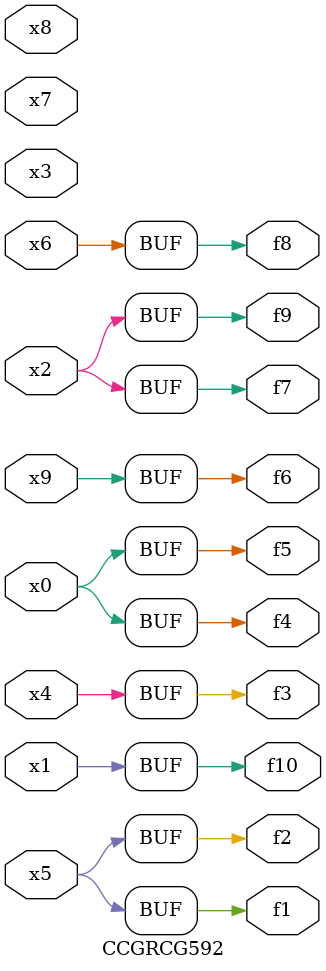
<source format=v>
module CCGRCG592(
	input x0, x1, x2, x3, x4, x5, x6, x7, x8, x9,
	output f1, f2, f3, f4, f5, f6, f7, f8, f9, f10
);
	assign f1 = x5;
	assign f2 = x5;
	assign f3 = x4;
	assign f4 = x0;
	assign f5 = x0;
	assign f6 = x9;
	assign f7 = x2;
	assign f8 = x6;
	assign f9 = x2;
	assign f10 = x1;
endmodule

</source>
